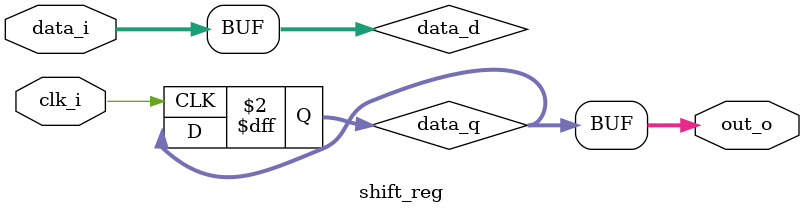
<source format=v>
`timescale 1ns / 1ps


module shift_reg #(
    parameter WIDTH = 16
    )(
    input wire [WIDTH-1:0] data_i,
    input wire             clk_i,
    
    output wire [WIDTH-1:0] out_o
    );
    
    reg [WIDTH-1:0] data_d, data_q;
    
    assign out_o = data_q;
    assign data_i = data_d;
    
    always @(posedge clk_i) begin
        data_q <= data_q;
    end
    
endmodule

</source>
